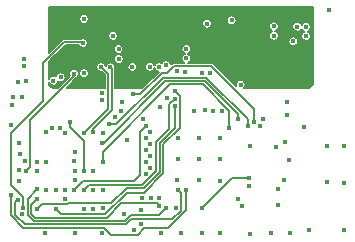
<source format=gbr>
%TF.GenerationSoftware,KiCad,Pcbnew,(5.1.6)-1*%
%TF.CreationDate,2020-08-10T23:20:37-07:00*%
%TF.ProjectId,Wire-Free-DAQ,57697265-2d46-4726-9565-2d4441512e6b,rev?*%
%TF.SameCoordinates,Original*%
%TF.FileFunction,Copper,L3,Inr*%
%TF.FilePolarity,Positive*%
%FSLAX46Y46*%
G04 Gerber Fmt 4.6, Leading zero omitted, Abs format (unit mm)*
G04 Created by KiCad (PCBNEW (5.1.6)-1) date 2020-08-10 23:20:37*
%MOMM*%
%LPD*%
G01*
G04 APERTURE LIST*
%TA.AperFunction,ViaPad*%
%ADD10C,0.450000*%
%TD*%
%TA.AperFunction,Conductor*%
%ADD11C,0.152400*%
%TD*%
%TA.AperFunction,Conductor*%
%ADD12C,0.127000*%
%TD*%
G04 APERTURE END LIST*
D10*
%TO.N,GND*%
X140066000Y-50919000D03*
X141666200Y-54398800D03*
X135468600Y-48683800D03*
X135468600Y-47896400D03*
X124394401Y-59863311D03*
X130007600Y-52417600D03*
X148829000Y-59199400D03*
X147355800Y-59174000D03*
X123560922Y-59829130D03*
X130414000Y-55592600D03*
X143250000Y-59750000D03*
X121716800Y-48768000D03*
X127584200Y-58242200D03*
X124206000Y-50571400D03*
X126796800Y-45339000D03*
X126796800Y-49936400D03*
X137210800Y-45745400D03*
X148818600Y-63246000D03*
X145872200Y-63246000D03*
X143060800Y-56151400D03*
X144170400Y-57327800D03*
X144526000Y-47244000D03*
X143205200Y-61087000D03*
X144272000Y-63500000D03*
X138277600Y-63500000D03*
X133299200Y-63500000D03*
X128375190Y-54991000D03*
X122809000Y-58242200D03*
X120650000Y-54356000D03*
X121310400Y-58140600D03*
X120726200Y-52628800D03*
X125207000Y-59834400D03*
X139304000Y-45458000D03*
X136764000Y-63492000D03*
X143985200Y-52341400D03*
X143959800Y-53509800D03*
X138303000Y-57200800D03*
X136525000Y-57200800D03*
X138303000Y-55422800D03*
X136499600Y-55448200D03*
X134747000Y-55422800D03*
X134721600Y-57226200D03*
X134696200Y-59004200D03*
X136499600Y-59004200D03*
X138303000Y-59029600D03*
X121716800Y-49352200D03*
X147559000Y-44619800D03*
X144855052Y-45997900D03*
X129271000Y-46778800D03*
%TO.N,/Deserializer/IDX*%
X140218400Y-61206000D03*
%TO.N,/Deserializer/VDD18_P0*%
X139812000Y-60596400D03*
X140828000Y-56126000D03*
%TO.N,/Deserializer/VDD18_FPD0*%
X140751800Y-58793000D03*
X136764000Y-61333000D03*
%TO.N,+3V3*%
X130896600Y-49420400D03*
X136129000Y-53128800D03*
X140802600Y-59529600D03*
X128369301Y-51652339D03*
X134706600Y-49763300D03*
X126036098Y-59021599D03*
X134579600Y-61383800D03*
X133121400Y-60477400D03*
X126009400Y-63474600D03*
X123469400Y-63474600D03*
X121332001Y-59033399D03*
X120827800Y-51943000D03*
X121386600Y-56819800D03*
X125966200Y-57416700D03*
X127594600Y-59809000D03*
X145603200Y-46016800D03*
X145603200Y-46804200D03*
X121588654Y-61904686D03*
%TO.N,/Deserializer/VDD18*%
X142595600Y-63474600D03*
X132065000Y-56456200D03*
%TO.N,/Deserializer/VDD11_D*%
X138465800Y-53103400D03*
%TO.N,/Deserializer/VDD11_DVP*%
X132369800Y-57980200D03*
%TO.N,+BATT*%
X140396200Y-50309400D03*
X124358400Y-48818800D03*
X124358400Y-49657000D03*
X145745200Y-49936400D03*
X145008600Y-49911000D03*
X143789400Y-47218600D03*
X142910804Y-44543600D03*
X144917400Y-44543600D03*
%TO.N,V_OUT*%
X148829000Y-56126000D03*
X147355800Y-56126000D03*
X143789400Y-55727600D03*
X145389600Y-54483000D03*
%TO.N,+1V8*%
X141945600Y-53840000D03*
X136814800Y-49892779D03*
X133843000Y-52062000D03*
X143750000Y-59000000D03*
X142875000Y-45974000D03*
X142875000Y-46761400D03*
X140899177Y-63521000D03*
X135051800Y-63474600D03*
%TO.N,/MCU/VDDUTMIC*%
X124089400Y-54551200D03*
%TO.N,/MCU/VDDPLL*%
X126009400Y-56616600D03*
%TO.N,+1V2*%
X128318500Y-52227100D03*
X124838700Y-50284000D03*
X121343800Y-55821200D03*
X126009400Y-58216800D03*
X125180680Y-60594641D03*
%TO.N,Net-(D1-Pad2)*%
X121513600Y-51943000D03*
%TO.N,/MCU/SWDIO*%
X127580214Y-61448078D03*
%TO.N,/MCU/SWDCLK*%
X128377769Y-59797651D03*
%TO.N,/MCU/DAT2*%
X128305800Y-63492000D03*
X133749999Y-49250000D03*
%TO.N,/MCU/DAT3*%
X133169900Y-49407700D03*
X128371600Y-61391800D03*
%TO.N,/MCU/DAT0*%
X127594600Y-54957600D03*
X129042400Y-49445800D03*
%TO.N,/MCU/CMD*%
X129918261Y-53110667D03*
X132369829Y-49395000D03*
%TO.N,/MCU/CLK*%
X129451359Y-53636718D03*
X126807200Y-61409200D03*
%TO.N,/MCU/DAT1*%
X128255000Y-49420402D03*
X126822200Y-55016400D03*
%TO.N,/Deserializer/OEN*%
X137068800Y-53078000D03*
%TO.N,/Deserializer/OSS_SEL*%
X137754600Y-53103400D03*
%TO.N,/Deserializer/I2C_SCL*%
X128382000Y-57421400D03*
X139100800Y-54602000D03*
%TO.N,/Deserializer/I2C_SDA*%
X128352689Y-55821601D03*
X139812000Y-53840000D03*
%TO.N,/Deserializer/LOCK*%
X140665200Y-54424200D03*
X128917721Y-54259100D03*
%TO.N,/Deserializer/GPIO0*%
X135443200Y-59859800D03*
X120635000Y-60215400D03*
%TO.N,/Deserializer/GPIO1*%
X134757400Y-59809000D03*
X121219200Y-60647200D03*
%TO.N,/Deserializer/GPIO2*%
X122819400Y-59783600D03*
X133730988Y-61366400D03*
%TO.N,/Deserializer/GPIO3*%
X133171237Y-61162114D03*
X122819400Y-60621800D03*
%TO.N,/Deserializer/ROUT3*%
X132496800Y-60494798D03*
X132014200Y-58462800D03*
%TO.N,/Deserializer/ROUT4*%
X131744684Y-60480990D03*
X132039600Y-57472200D03*
%TO.N,/Deserializer/ROUT5*%
X131597400Y-61493400D03*
X132369800Y-56964200D03*
%TO.N,/Deserializer/ROUT6*%
X131633212Y-62730000D03*
X132369800Y-55948200D03*
%TO.N,/Deserializer/ROUT7*%
X131074400Y-63209010D03*
X132065000Y-55440200D03*
%TO.N,/Deserializer/ROUT8*%
X130199562Y-61853674D03*
X132373115Y-54952352D03*
%TO.N,/Deserializer/ROUT9*%
X125994400Y-59834400D03*
X132065000Y-54449600D03*
%TO.N,/Deserializer/ROUT10*%
X131785600Y-53814600D03*
%TO.N,/Deserializer/ROUT11*%
X133258800Y-52773200D03*
%TO.N,/Deserializer/HSYNC*%
X134467600Y-52730400D03*
X122794000Y-61434600D03*
%TO.N,/Deserializer/VSYNC*%
X134478000Y-52087400D03*
X126781800Y-59817000D03*
%TO.N,/Deserializer/PCLK*%
X134503400Y-51452400D03*
X124394200Y-61434600D03*
%TO.N,Net-(D1-Pad4)*%
X121183400Y-50647600D03*
%TO.N,Net-(D1-Pad3)*%
X121920000Y-50622200D03*
%TO.N,/MCU/LED_B*%
X123596400Y-57429400D03*
%TO.N,/MCU/LED_G*%
X122785197Y-57453295D03*
%TO.N,/MCU/LED_R*%
X121818400Y-57404000D03*
%TO.N,Net-(C58-Pad2)*%
X123622600Y-54957600D03*
%TO.N,+5V*%
X137494800Y-49883400D03*
X129753600Y-48734600D03*
X129728200Y-47896400D03*
%TO.N,/MCU/D-*%
X124800600Y-54551198D03*
%TO.N,/MCU/D+*%
X125228810Y-55027876D03*
%TO.N,/MCU/VDDPLLUSB*%
X125600700Y-54043200D03*
X126807200Y-58234200D03*
%TO.N,Net-(R28-Pad1)*%
X135392400Y-49826800D03*
%TO.N,/MCU/CHR_STAT*%
X141183600Y-54043200D03*
X130972800Y-51731800D03*
%TO.N,/MCU/VBUS_DET*%
X121905000Y-58208800D03*
X125969000Y-49979200D03*
%TO.N,/MCU/IR_OUT*%
X121610479Y-61328087D03*
X126731000Y-47388400D03*
%TD*%
D11*
%TO.N,/Deserializer/VDD18_FPD0*%
X140751800Y-58793000D02*
X139304000Y-58793000D01*
X139304000Y-58793000D02*
X136764000Y-61333000D01*
%TO.N,/MCU/DAT0*%
X129169400Y-53064602D02*
X127594600Y-54639402D01*
X129042400Y-49445800D02*
X129169400Y-49572800D01*
X127594600Y-54639402D02*
X127594600Y-54957600D01*
X129169400Y-49572800D02*
X129169400Y-53064602D01*
%TO.N,/MCU/DAT1*%
X128839200Y-50004602D02*
X128479999Y-49645401D01*
X128479999Y-49645401D02*
X128255000Y-49420402D01*
X126822200Y-55016400D02*
X128839200Y-52999400D01*
X128839200Y-52999400D02*
X128839200Y-50004602D01*
%TO.N,/Deserializer/I2C_SCL*%
X139100800Y-53128800D02*
X136851799Y-50879799D01*
X139100800Y-54602000D02*
X139100800Y-53128800D01*
X136851799Y-50879799D02*
X134086663Y-50879799D01*
X128382000Y-56584462D02*
X128382000Y-57421400D01*
X134086663Y-50879799D02*
X128382000Y-56584462D01*
%TO.N,/Deserializer/I2C_SDA*%
X139812000Y-53382800D02*
X137029589Y-50600389D01*
X139812000Y-53840000D02*
X139812000Y-53382800D01*
X137029589Y-50600389D02*
X133679011Y-50600389D01*
X128457799Y-55821601D02*
X128352689Y-55821601D01*
X133679011Y-50600389D02*
X128457799Y-55821601D01*
%TO.N,/Deserializer/LOCK*%
X140665200Y-53816202D02*
X140665200Y-54424200D01*
X137169977Y-50320979D02*
X140665200Y-53816202D01*
X129537700Y-54259100D02*
X133475821Y-50320979D01*
X133475821Y-50320979D02*
X137169977Y-50320979D01*
X128917721Y-54259100D02*
X129537700Y-54259100D01*
%TO.N,/Deserializer/GPIO0*%
X135443200Y-61549082D02*
X133920483Y-63071799D01*
X133920483Y-63071799D02*
X131925151Y-63071799D01*
X128458211Y-63009411D02*
X121664495Y-63009411D01*
X131359739Y-63637211D02*
X129086011Y-63637211D01*
X131925151Y-63071799D02*
X131359739Y-63637211D01*
X120635000Y-61979916D02*
X120635000Y-60215400D01*
X121664495Y-63009411D02*
X120635000Y-61979916D01*
X135443200Y-59859800D02*
X135443200Y-61549082D01*
X129086011Y-63637211D02*
X128458211Y-63009411D01*
%TO.N,/Deserializer/GPIO1*%
X134295339Y-62301799D02*
X130780319Y-62301799D01*
X135007801Y-61589337D02*
X134295339Y-62301799D01*
X120994201Y-61943971D02*
X120994201Y-60872199D01*
X121780230Y-62730000D02*
X120994201Y-61943971D01*
X120994201Y-60872199D02*
X121219200Y-60647200D01*
X134757400Y-59809000D02*
X135007801Y-60059401D01*
X135007801Y-60059401D02*
X135007801Y-61589337D01*
X130780319Y-62301799D02*
X130352118Y-62730000D01*
X130352118Y-62730000D02*
X121780230Y-62730000D01*
%TO.N,/Deserializer/GPIO2*%
X133175787Y-61921601D02*
X130765373Y-61921601D01*
X122038680Y-61938025D02*
X122038680Y-60564320D01*
X130236374Y-62450600D02*
X122551255Y-62450600D01*
X122038680Y-60564320D02*
X122819400Y-59783600D01*
X130765373Y-61921601D02*
X130236374Y-62450600D01*
X122551255Y-62450600D02*
X122038680Y-61938025D01*
X133730988Y-61366400D02*
X133175787Y-61921601D01*
%TO.N,/Deserializer/GPIO3*%
X122318091Y-61123109D02*
X122318091Y-61822290D01*
X132946238Y-60937115D02*
X133171237Y-61162114D01*
X128723955Y-62171189D02*
X129958029Y-60937115D01*
X129958029Y-60937115D02*
X132946238Y-60937115D01*
X122666990Y-62171189D02*
X128723955Y-62171189D01*
X122318091Y-61822290D02*
X122666990Y-62171189D01*
X122819400Y-60621800D02*
X122318091Y-61123109D01*
%TO.N,/Deserializer/ROUT9*%
X131572000Y-54942600D02*
X131572000Y-58521600D01*
X131572000Y-58521600D02*
X131003560Y-59090040D01*
X132065000Y-54449600D02*
X131572000Y-54942600D01*
X131003560Y-59090040D02*
X126738760Y-59090040D01*
X126738760Y-59090040D02*
X125994400Y-59834400D01*
%TO.N,/Deserializer/HSYNC*%
X124599737Y-61006399D02*
X123222201Y-61006399D01*
X124616180Y-61022842D02*
X124599737Y-61006399D01*
X131857023Y-59648860D02*
X130419340Y-59648860D01*
X125386217Y-61022842D02*
X124616180Y-61022842D01*
X130419340Y-59648860D02*
X129108200Y-60960000D01*
X133197600Y-55878556D02*
X133197600Y-58308283D01*
X129108200Y-60960000D02*
X125449059Y-60960000D01*
X134467600Y-52730400D02*
X134467600Y-54608556D01*
X134467600Y-54608556D02*
X133197600Y-55878556D01*
X125449059Y-60960000D02*
X125386217Y-61022842D01*
X133197600Y-58308283D02*
X131857023Y-59648860D01*
X123222201Y-61006399D02*
X122794000Y-61434600D01*
%TO.N,/Deserializer/VSYNC*%
X133995400Y-54685611D02*
X132892800Y-55788211D01*
X132892800Y-58217938D02*
X131741288Y-59369450D01*
X132892800Y-55788211D02*
X132892800Y-58217938D01*
X134478000Y-52087400D02*
X133995400Y-52570000D01*
X133995400Y-52570000D02*
X133995400Y-54685611D01*
X131741288Y-59369450D02*
X127229350Y-59369450D01*
X127229350Y-59369450D02*
X126781800Y-59817000D01*
%TO.N,/Deserializer/PCLK*%
X133527800Y-58373227D02*
X131848238Y-60052789D01*
X131848238Y-60052789D02*
X130447211Y-60052789D01*
X134909800Y-51858800D02*
X134909800Y-54561500D01*
X124851378Y-61891778D02*
X124394200Y-61434600D01*
X130447211Y-60052789D02*
X128608220Y-61891778D01*
X128608220Y-61891778D02*
X124851378Y-61891778D01*
X134909800Y-54561500D02*
X133527800Y-55943500D01*
X134503400Y-51452400D02*
X134909800Y-51858800D01*
X133527800Y-55943500D02*
X133527800Y-58373227D01*
%TO.N,/MCU/VDDPLLUSB*%
X126807200Y-55719600D02*
X125600700Y-54513100D01*
X126807200Y-58234200D02*
X126807200Y-55719600D01*
X125600700Y-54513100D02*
X125600700Y-54043200D01*
%TO.N,/MCU/CHR_STAT*%
X131582400Y-51731800D02*
X130972800Y-51731800D01*
X133411200Y-49903000D02*
X131582400Y-51731800D01*
X141183600Y-52938462D02*
X137580237Y-49335099D01*
X137580237Y-49335099D02*
X134410901Y-49335099D01*
X134410901Y-49335099D02*
X133843000Y-49903000D01*
X141183600Y-54043200D02*
X141183600Y-52938462D01*
X133843000Y-49903000D02*
X133411200Y-49903000D01*
%TO.N,/MCU/VBUS_DET*%
X125969000Y-50182400D02*
X125969000Y-49979200D01*
X122246601Y-53904799D02*
X125969000Y-50182400D01*
X121905000Y-58208800D02*
X122246601Y-57867199D01*
X122246601Y-57867199D02*
X122246601Y-53904799D01*
%TO.N,/MCU/IR_OUT*%
X121647401Y-61291165D02*
X121610479Y-61328087D01*
X121647401Y-60441663D02*
X121647401Y-61291165D01*
X120609600Y-55030138D02*
X120609600Y-59403862D01*
X123302000Y-52337738D02*
X120609600Y-55030138D01*
X120609600Y-59403862D02*
X121647401Y-60441663D01*
X125130800Y-47286800D02*
X123302000Y-49115600D01*
X123302000Y-49115600D02*
X123302000Y-52337738D01*
X126629400Y-47286800D02*
X126731000Y-47388400D01*
X125130800Y-47286800D02*
X126629400Y-47286800D01*
%TD*%
D12*
%TO.N,+BATT*%
G36*
X146170824Y-44393094D02*
G01*
X146186500Y-44512165D01*
X146186500Y-50737835D01*
X146170824Y-50856906D01*
X146126476Y-50963973D01*
X146055921Y-51055921D01*
X145963973Y-51126476D01*
X145856906Y-51170824D01*
X145737835Y-51186500D01*
X140386106Y-51186500D01*
X140388740Y-51183866D01*
X140434211Y-51115813D01*
X140465532Y-51040197D01*
X140481500Y-50959923D01*
X140481500Y-50878077D01*
X140465532Y-50797803D01*
X140434211Y-50722187D01*
X140388740Y-50654134D01*
X140330866Y-50596260D01*
X140262813Y-50550789D01*
X140187197Y-50519468D01*
X140106923Y-50503500D01*
X140025077Y-50503500D01*
X139944803Y-50519468D01*
X139869187Y-50550789D01*
X139801134Y-50596260D01*
X139743260Y-50654134D01*
X139697789Y-50722187D01*
X139666468Y-50797803D01*
X139650500Y-50878077D01*
X139650500Y-50959923D01*
X139666468Y-51040197D01*
X139669270Y-51046961D01*
X137778091Y-49155783D01*
X137769735Y-49145601D01*
X137729124Y-49112273D01*
X137682792Y-49087509D01*
X137632519Y-49072258D01*
X137593335Y-49068399D01*
X137593333Y-49068399D01*
X137580237Y-49067109D01*
X137567141Y-49068399D01*
X135625849Y-49068399D01*
X135665413Y-49052011D01*
X135733466Y-49006540D01*
X135791340Y-48948666D01*
X135836811Y-48880613D01*
X135868132Y-48804997D01*
X135884100Y-48724723D01*
X135884100Y-48642877D01*
X135868132Y-48562603D01*
X135836811Y-48486987D01*
X135791340Y-48418934D01*
X135733466Y-48361060D01*
X135665413Y-48315589D01*
X135603877Y-48290100D01*
X135665413Y-48264611D01*
X135733466Y-48219140D01*
X135791340Y-48161266D01*
X135836811Y-48093213D01*
X135868132Y-48017597D01*
X135884100Y-47937323D01*
X135884100Y-47855477D01*
X135868132Y-47775203D01*
X135836811Y-47699587D01*
X135791340Y-47631534D01*
X135733466Y-47573660D01*
X135665413Y-47528189D01*
X135589797Y-47496868D01*
X135509523Y-47480900D01*
X135427677Y-47480900D01*
X135347403Y-47496868D01*
X135271787Y-47528189D01*
X135203734Y-47573660D01*
X135145860Y-47631534D01*
X135100389Y-47699587D01*
X135069068Y-47775203D01*
X135053100Y-47855477D01*
X135053100Y-47937323D01*
X135069068Y-48017597D01*
X135100389Y-48093213D01*
X135145860Y-48161266D01*
X135203734Y-48219140D01*
X135271787Y-48264611D01*
X135333323Y-48290100D01*
X135271787Y-48315589D01*
X135203734Y-48361060D01*
X135145860Y-48418934D01*
X135100389Y-48486987D01*
X135069068Y-48562603D01*
X135053100Y-48642877D01*
X135053100Y-48724723D01*
X135069068Y-48804997D01*
X135100389Y-48880613D01*
X135145860Y-48948666D01*
X135203734Y-49006540D01*
X135271787Y-49052011D01*
X135311351Y-49068399D01*
X134423996Y-49068399D01*
X134410900Y-49067109D01*
X134397804Y-49068399D01*
X134397803Y-49068399D01*
X134358619Y-49072258D01*
X134308346Y-49087509D01*
X134262014Y-49112273D01*
X134221403Y-49145601D01*
X134213047Y-49155783D01*
X134164546Y-49204284D01*
X134149531Y-49128803D01*
X134118210Y-49053187D01*
X134072739Y-48985134D01*
X134014865Y-48927260D01*
X133946812Y-48881789D01*
X133871196Y-48850468D01*
X133790922Y-48834500D01*
X133709076Y-48834500D01*
X133628802Y-48850468D01*
X133553186Y-48881789D01*
X133485133Y-48927260D01*
X133427259Y-48985134D01*
X133383463Y-49050681D01*
X133366713Y-49039489D01*
X133291097Y-49008168D01*
X133210823Y-48992200D01*
X133128977Y-48992200D01*
X133048703Y-49008168D01*
X132973087Y-49039489D01*
X132905034Y-49084960D01*
X132847160Y-49142834D01*
X132801689Y-49210887D01*
X132771394Y-49284025D01*
X132769361Y-49273803D01*
X132738040Y-49198187D01*
X132692569Y-49130134D01*
X132634695Y-49072260D01*
X132566642Y-49026789D01*
X132491026Y-48995468D01*
X132410752Y-48979500D01*
X132328906Y-48979500D01*
X132248632Y-48995468D01*
X132173016Y-49026789D01*
X132104963Y-49072260D01*
X132047089Y-49130134D01*
X132001618Y-49198187D01*
X131970297Y-49273803D01*
X131954329Y-49354077D01*
X131954329Y-49435923D01*
X131970297Y-49516197D01*
X132001618Y-49591813D01*
X132047089Y-49659866D01*
X132104963Y-49717740D01*
X132173016Y-49763211D01*
X132248632Y-49794532D01*
X132328906Y-49810500D01*
X132410752Y-49810500D01*
X132491026Y-49794532D01*
X132566642Y-49763211D01*
X132634695Y-49717740D01*
X132692569Y-49659866D01*
X132738040Y-49591813D01*
X132768335Y-49518675D01*
X132770368Y-49528897D01*
X132801689Y-49604513D01*
X132847160Y-49672566D01*
X132905034Y-49730440D01*
X132973087Y-49775911D01*
X133048703Y-49807232D01*
X133116342Y-49820687D01*
X131750530Y-51186500D01*
X129436100Y-51186500D01*
X129436100Y-49585895D01*
X129436723Y-49579573D01*
X129441932Y-49566997D01*
X129457900Y-49486723D01*
X129457900Y-49404877D01*
X129452848Y-49379477D01*
X130481100Y-49379477D01*
X130481100Y-49461323D01*
X130497068Y-49541597D01*
X130528389Y-49617213D01*
X130573860Y-49685266D01*
X130631734Y-49743140D01*
X130699787Y-49788611D01*
X130775403Y-49819932D01*
X130855677Y-49835900D01*
X130937523Y-49835900D01*
X131017797Y-49819932D01*
X131093413Y-49788611D01*
X131161466Y-49743140D01*
X131219340Y-49685266D01*
X131264811Y-49617213D01*
X131296132Y-49541597D01*
X131312100Y-49461323D01*
X131312100Y-49379477D01*
X131296132Y-49299203D01*
X131264811Y-49223587D01*
X131219340Y-49155534D01*
X131161466Y-49097660D01*
X131093413Y-49052189D01*
X131017797Y-49020868D01*
X130937523Y-49004900D01*
X130855677Y-49004900D01*
X130775403Y-49020868D01*
X130699787Y-49052189D01*
X130631734Y-49097660D01*
X130573860Y-49155534D01*
X130528389Y-49223587D01*
X130497068Y-49299203D01*
X130481100Y-49379477D01*
X129452848Y-49379477D01*
X129441932Y-49324603D01*
X129410611Y-49248987D01*
X129365140Y-49180934D01*
X129307266Y-49123060D01*
X129239213Y-49077589D01*
X129163597Y-49046268D01*
X129083323Y-49030300D01*
X129001477Y-49030300D01*
X128921203Y-49046268D01*
X128845587Y-49077589D01*
X128777534Y-49123060D01*
X128719660Y-49180934D01*
X128674189Y-49248987D01*
X128653960Y-49297824D01*
X128623211Y-49223589D01*
X128577740Y-49155536D01*
X128519866Y-49097662D01*
X128451813Y-49052191D01*
X128376197Y-49020870D01*
X128295923Y-49004902D01*
X128214077Y-49004902D01*
X128133803Y-49020870D01*
X128058187Y-49052191D01*
X127990134Y-49097662D01*
X127932260Y-49155536D01*
X127886789Y-49223589D01*
X127855468Y-49299205D01*
X127839500Y-49379479D01*
X127839500Y-49461325D01*
X127855468Y-49541599D01*
X127886789Y-49617215D01*
X127932260Y-49685268D01*
X127990134Y-49743142D01*
X128058187Y-49788613D01*
X128133803Y-49819934D01*
X128214077Y-49835902D01*
X128293329Y-49835902D01*
X128300675Y-49843248D01*
X128300680Y-49843252D01*
X128572501Y-50115074D01*
X128572501Y-51186500D01*
X125342070Y-51186500D01*
X126148316Y-50380254D01*
X126158498Y-50371898D01*
X126191826Y-50331287D01*
X126192871Y-50329332D01*
X126233866Y-50301940D01*
X126291740Y-50244066D01*
X126337211Y-50176013D01*
X126368532Y-50100397D01*
X126384500Y-50020123D01*
X126384500Y-49993410D01*
X126397268Y-50057597D01*
X126428589Y-50133213D01*
X126474060Y-50201266D01*
X126531934Y-50259140D01*
X126599987Y-50304611D01*
X126675603Y-50335932D01*
X126755877Y-50351900D01*
X126837723Y-50351900D01*
X126917997Y-50335932D01*
X126993613Y-50304611D01*
X127061666Y-50259140D01*
X127119540Y-50201266D01*
X127165011Y-50133213D01*
X127196332Y-50057597D01*
X127212300Y-49977323D01*
X127212300Y-49895477D01*
X127196332Y-49815203D01*
X127165011Y-49739587D01*
X127119540Y-49671534D01*
X127061666Y-49613660D01*
X126993613Y-49568189D01*
X126917997Y-49536868D01*
X126837723Y-49520900D01*
X126755877Y-49520900D01*
X126675603Y-49536868D01*
X126599987Y-49568189D01*
X126531934Y-49613660D01*
X126474060Y-49671534D01*
X126428589Y-49739587D01*
X126397268Y-49815203D01*
X126381300Y-49895477D01*
X126381300Y-49922190D01*
X126368532Y-49858003D01*
X126337211Y-49782387D01*
X126291740Y-49714334D01*
X126233866Y-49656460D01*
X126165813Y-49610989D01*
X126090197Y-49579668D01*
X126009923Y-49563700D01*
X125928077Y-49563700D01*
X125847803Y-49579668D01*
X125772187Y-49610989D01*
X125704134Y-49656460D01*
X125646260Y-49714334D01*
X125600789Y-49782387D01*
X125569468Y-49858003D01*
X125553500Y-49938277D01*
X125553500Y-50020123D01*
X125569468Y-50100397D01*
X125600036Y-50174194D01*
X124587730Y-51186500D01*
X124262165Y-51186500D01*
X124143094Y-51170824D01*
X124036027Y-51126476D01*
X123944079Y-51055921D01*
X123873524Y-50963973D01*
X123829176Y-50856906D01*
X123813500Y-50737835D01*
X123813500Y-50709574D01*
X123837789Y-50768213D01*
X123883260Y-50836266D01*
X123941134Y-50894140D01*
X124009187Y-50939611D01*
X124084803Y-50970932D01*
X124165077Y-50986900D01*
X124246923Y-50986900D01*
X124327197Y-50970932D01*
X124402813Y-50939611D01*
X124470866Y-50894140D01*
X124528740Y-50836266D01*
X124574211Y-50768213D01*
X124605532Y-50692597D01*
X124616888Y-50635508D01*
X124641887Y-50652211D01*
X124717503Y-50683532D01*
X124797777Y-50699500D01*
X124879623Y-50699500D01*
X124959897Y-50683532D01*
X125035513Y-50652211D01*
X125103566Y-50606740D01*
X125161440Y-50548866D01*
X125206911Y-50480813D01*
X125238232Y-50405197D01*
X125254200Y-50324923D01*
X125254200Y-50243077D01*
X125238232Y-50162803D01*
X125206911Y-50087187D01*
X125161440Y-50019134D01*
X125103566Y-49961260D01*
X125035513Y-49915789D01*
X124959897Y-49884468D01*
X124879623Y-49868500D01*
X124797777Y-49868500D01*
X124717503Y-49884468D01*
X124641887Y-49915789D01*
X124573834Y-49961260D01*
X124515960Y-50019134D01*
X124470489Y-50087187D01*
X124439168Y-50162803D01*
X124427812Y-50219892D01*
X124402813Y-50203189D01*
X124327197Y-50171868D01*
X124246923Y-50155900D01*
X124165077Y-50155900D01*
X124084803Y-50171868D01*
X124009187Y-50203189D01*
X123941134Y-50248660D01*
X123883260Y-50306534D01*
X123837789Y-50374587D01*
X123813500Y-50433226D01*
X123813500Y-48981270D01*
X124101093Y-48693677D01*
X129338100Y-48693677D01*
X129338100Y-48775523D01*
X129354068Y-48855797D01*
X129385389Y-48931413D01*
X129430860Y-48999466D01*
X129488734Y-49057340D01*
X129556787Y-49102811D01*
X129632403Y-49134132D01*
X129712677Y-49150100D01*
X129794523Y-49150100D01*
X129874797Y-49134132D01*
X129950413Y-49102811D01*
X130018466Y-49057340D01*
X130076340Y-48999466D01*
X130121811Y-48931413D01*
X130153132Y-48855797D01*
X130169100Y-48775523D01*
X130169100Y-48693677D01*
X130153132Y-48613403D01*
X130121811Y-48537787D01*
X130076340Y-48469734D01*
X130018466Y-48411860D01*
X129950413Y-48366389D01*
X129874797Y-48335068D01*
X129794523Y-48319100D01*
X129712677Y-48319100D01*
X129632403Y-48335068D01*
X129556787Y-48366389D01*
X129488734Y-48411860D01*
X129430860Y-48469734D01*
X129385389Y-48537787D01*
X129354068Y-48613403D01*
X129338100Y-48693677D01*
X124101093Y-48693677D01*
X124939293Y-47855477D01*
X129312700Y-47855477D01*
X129312700Y-47937323D01*
X129328668Y-48017597D01*
X129359989Y-48093213D01*
X129405460Y-48161266D01*
X129463334Y-48219140D01*
X129531387Y-48264611D01*
X129607003Y-48295932D01*
X129687277Y-48311900D01*
X129769123Y-48311900D01*
X129849397Y-48295932D01*
X129925013Y-48264611D01*
X129993066Y-48219140D01*
X130050940Y-48161266D01*
X130096411Y-48093213D01*
X130127732Y-48017597D01*
X130143700Y-47937323D01*
X130143700Y-47855477D01*
X130127732Y-47775203D01*
X130096411Y-47699587D01*
X130050940Y-47631534D01*
X129993066Y-47573660D01*
X129925013Y-47528189D01*
X129849397Y-47496868D01*
X129769123Y-47480900D01*
X129687277Y-47480900D01*
X129607003Y-47496868D01*
X129531387Y-47528189D01*
X129463334Y-47573660D01*
X129405460Y-47631534D01*
X129359989Y-47699587D01*
X129328668Y-47775203D01*
X129312700Y-47855477D01*
X124939293Y-47855477D01*
X125241271Y-47553500D01*
X126349653Y-47553500D01*
X126362789Y-47585213D01*
X126408260Y-47653266D01*
X126466134Y-47711140D01*
X126534187Y-47756611D01*
X126609803Y-47787932D01*
X126690077Y-47803900D01*
X126771923Y-47803900D01*
X126852197Y-47787932D01*
X126927813Y-47756611D01*
X126995866Y-47711140D01*
X127053740Y-47653266D01*
X127099211Y-47585213D01*
X127130532Y-47509597D01*
X127146500Y-47429323D01*
X127146500Y-47347477D01*
X127130532Y-47267203D01*
X127103971Y-47203077D01*
X144110500Y-47203077D01*
X144110500Y-47284923D01*
X144126468Y-47365197D01*
X144157789Y-47440813D01*
X144203260Y-47508866D01*
X144261134Y-47566740D01*
X144329187Y-47612211D01*
X144404803Y-47643532D01*
X144485077Y-47659500D01*
X144566923Y-47659500D01*
X144647197Y-47643532D01*
X144722813Y-47612211D01*
X144790866Y-47566740D01*
X144848740Y-47508866D01*
X144894211Y-47440813D01*
X144925532Y-47365197D01*
X144941500Y-47284923D01*
X144941500Y-47203077D01*
X144925532Y-47122803D01*
X144894211Y-47047187D01*
X144848740Y-46979134D01*
X144790866Y-46921260D01*
X144722813Y-46875789D01*
X144647197Y-46844468D01*
X144566923Y-46828500D01*
X144485077Y-46828500D01*
X144404803Y-46844468D01*
X144329187Y-46875789D01*
X144261134Y-46921260D01*
X144203260Y-46979134D01*
X144157789Y-47047187D01*
X144126468Y-47122803D01*
X144110500Y-47203077D01*
X127103971Y-47203077D01*
X127099211Y-47191587D01*
X127053740Y-47123534D01*
X126995866Y-47065660D01*
X126927813Y-47020189D01*
X126852197Y-46988868D01*
X126771923Y-46972900D01*
X126690077Y-46972900D01*
X126609803Y-46988868D01*
X126534402Y-47020100D01*
X125143896Y-47020100D01*
X125130800Y-47018810D01*
X125117704Y-47020100D01*
X125117702Y-47020100D01*
X125078518Y-47023959D01*
X125043495Y-47034584D01*
X125028244Y-47039210D01*
X125013320Y-47047187D01*
X124981913Y-47063974D01*
X124941302Y-47097302D01*
X124932951Y-47107479D01*
X123813500Y-48226930D01*
X123813500Y-46737877D01*
X128855500Y-46737877D01*
X128855500Y-46819723D01*
X128871468Y-46899997D01*
X128902789Y-46975613D01*
X128948260Y-47043666D01*
X129006134Y-47101540D01*
X129074187Y-47147011D01*
X129149803Y-47178332D01*
X129230077Y-47194300D01*
X129311923Y-47194300D01*
X129392197Y-47178332D01*
X129467813Y-47147011D01*
X129535866Y-47101540D01*
X129593740Y-47043666D01*
X129639211Y-46975613D01*
X129670532Y-46899997D01*
X129686500Y-46819723D01*
X129686500Y-46737877D01*
X129670532Y-46657603D01*
X129639211Y-46581987D01*
X129593740Y-46513934D01*
X129535866Y-46456060D01*
X129467813Y-46410589D01*
X129392197Y-46379268D01*
X129311923Y-46363300D01*
X129230077Y-46363300D01*
X129149803Y-46379268D01*
X129074187Y-46410589D01*
X129006134Y-46456060D01*
X128948260Y-46513934D01*
X128902789Y-46581987D01*
X128871468Y-46657603D01*
X128855500Y-46737877D01*
X123813500Y-46737877D01*
X123813500Y-45298077D01*
X126381300Y-45298077D01*
X126381300Y-45379923D01*
X126397268Y-45460197D01*
X126428589Y-45535813D01*
X126474060Y-45603866D01*
X126531934Y-45661740D01*
X126599987Y-45707211D01*
X126675603Y-45738532D01*
X126755877Y-45754500D01*
X126837723Y-45754500D01*
X126917997Y-45738532D01*
X126993613Y-45707211D01*
X126997704Y-45704477D01*
X136795300Y-45704477D01*
X136795300Y-45786323D01*
X136811268Y-45866597D01*
X136842589Y-45942213D01*
X136888060Y-46010266D01*
X136945934Y-46068140D01*
X137013987Y-46113611D01*
X137089603Y-46144932D01*
X137169877Y-46160900D01*
X137251723Y-46160900D01*
X137331997Y-46144932D01*
X137407613Y-46113611D01*
X137475666Y-46068140D01*
X137533540Y-46010266D01*
X137579011Y-45942213D01*
X137582795Y-45933077D01*
X142459500Y-45933077D01*
X142459500Y-46014923D01*
X142475468Y-46095197D01*
X142506789Y-46170813D01*
X142552260Y-46238866D01*
X142610134Y-46296740D01*
X142678187Y-46342211D01*
X142739723Y-46367700D01*
X142678187Y-46393189D01*
X142610134Y-46438660D01*
X142552260Y-46496534D01*
X142506789Y-46564587D01*
X142475468Y-46640203D01*
X142459500Y-46720477D01*
X142459500Y-46802323D01*
X142475468Y-46882597D01*
X142506789Y-46958213D01*
X142552260Y-47026266D01*
X142610134Y-47084140D01*
X142678187Y-47129611D01*
X142753803Y-47160932D01*
X142834077Y-47176900D01*
X142915923Y-47176900D01*
X142996197Y-47160932D01*
X143071813Y-47129611D01*
X143139866Y-47084140D01*
X143197740Y-47026266D01*
X143243211Y-46958213D01*
X143274532Y-46882597D01*
X143290500Y-46802323D01*
X143290500Y-46720477D01*
X143274532Y-46640203D01*
X143243211Y-46564587D01*
X143197740Y-46496534D01*
X143139866Y-46438660D01*
X143071813Y-46393189D01*
X143010277Y-46367700D01*
X143071813Y-46342211D01*
X143139866Y-46296740D01*
X143197740Y-46238866D01*
X143243211Y-46170813D01*
X143274532Y-46095197D01*
X143290500Y-46014923D01*
X143290500Y-45956977D01*
X144439552Y-45956977D01*
X144439552Y-46038823D01*
X144455520Y-46119097D01*
X144486841Y-46194713D01*
X144532312Y-46262766D01*
X144590186Y-46320640D01*
X144658239Y-46366111D01*
X144733855Y-46397432D01*
X144814129Y-46413400D01*
X144895975Y-46413400D01*
X144976249Y-46397432D01*
X145051865Y-46366111D01*
X145119918Y-46320640D01*
X145177792Y-46262766D01*
X145223263Y-46194713D01*
X145225212Y-46190008D01*
X145234989Y-46213613D01*
X145280460Y-46281666D01*
X145338334Y-46339540D01*
X145406387Y-46385011D01*
X145467923Y-46410500D01*
X145406387Y-46435989D01*
X145338334Y-46481460D01*
X145280460Y-46539334D01*
X145234989Y-46607387D01*
X145203668Y-46683003D01*
X145187700Y-46763277D01*
X145187700Y-46845123D01*
X145203668Y-46925397D01*
X145234989Y-47001013D01*
X145280460Y-47069066D01*
X145338334Y-47126940D01*
X145406387Y-47172411D01*
X145482003Y-47203732D01*
X145562277Y-47219700D01*
X145644123Y-47219700D01*
X145724397Y-47203732D01*
X145800013Y-47172411D01*
X145868066Y-47126940D01*
X145925940Y-47069066D01*
X145971411Y-47001013D01*
X146002732Y-46925397D01*
X146018700Y-46845123D01*
X146018700Y-46763277D01*
X146002732Y-46683003D01*
X145971411Y-46607387D01*
X145925940Y-46539334D01*
X145868066Y-46481460D01*
X145800013Y-46435989D01*
X145738477Y-46410500D01*
X145800013Y-46385011D01*
X145868066Y-46339540D01*
X145925940Y-46281666D01*
X145971411Y-46213613D01*
X146002732Y-46137997D01*
X146018700Y-46057723D01*
X146018700Y-45975877D01*
X146002732Y-45895603D01*
X145971411Y-45819987D01*
X145925940Y-45751934D01*
X145868066Y-45694060D01*
X145800013Y-45648589D01*
X145724397Y-45617268D01*
X145644123Y-45601300D01*
X145562277Y-45601300D01*
X145482003Y-45617268D01*
X145406387Y-45648589D01*
X145338334Y-45694060D01*
X145280460Y-45751934D01*
X145234989Y-45819987D01*
X145233040Y-45824692D01*
X145223263Y-45801087D01*
X145177792Y-45733034D01*
X145119918Y-45675160D01*
X145051865Y-45629689D01*
X144976249Y-45598368D01*
X144895975Y-45582400D01*
X144814129Y-45582400D01*
X144733855Y-45598368D01*
X144658239Y-45629689D01*
X144590186Y-45675160D01*
X144532312Y-45733034D01*
X144486841Y-45801087D01*
X144455520Y-45876703D01*
X144439552Y-45956977D01*
X143290500Y-45956977D01*
X143290500Y-45933077D01*
X143274532Y-45852803D01*
X143243211Y-45777187D01*
X143197740Y-45709134D01*
X143139866Y-45651260D01*
X143071813Y-45605789D01*
X142996197Y-45574468D01*
X142915923Y-45558500D01*
X142834077Y-45558500D01*
X142753803Y-45574468D01*
X142678187Y-45605789D01*
X142610134Y-45651260D01*
X142552260Y-45709134D01*
X142506789Y-45777187D01*
X142475468Y-45852803D01*
X142459500Y-45933077D01*
X137582795Y-45933077D01*
X137610332Y-45866597D01*
X137626300Y-45786323D01*
X137626300Y-45704477D01*
X137610332Y-45624203D01*
X137579011Y-45548587D01*
X137533540Y-45480534D01*
X137475666Y-45422660D01*
X137467311Y-45417077D01*
X138888500Y-45417077D01*
X138888500Y-45498923D01*
X138904468Y-45579197D01*
X138935789Y-45654813D01*
X138981260Y-45722866D01*
X139039134Y-45780740D01*
X139107187Y-45826211D01*
X139182803Y-45857532D01*
X139263077Y-45873500D01*
X139344923Y-45873500D01*
X139425197Y-45857532D01*
X139500813Y-45826211D01*
X139568866Y-45780740D01*
X139626740Y-45722866D01*
X139672211Y-45654813D01*
X139703532Y-45579197D01*
X139719500Y-45498923D01*
X139719500Y-45417077D01*
X139703532Y-45336803D01*
X139672211Y-45261187D01*
X139626740Y-45193134D01*
X139568866Y-45135260D01*
X139500813Y-45089789D01*
X139425197Y-45058468D01*
X139344923Y-45042500D01*
X139263077Y-45042500D01*
X139182803Y-45058468D01*
X139107187Y-45089789D01*
X139039134Y-45135260D01*
X138981260Y-45193134D01*
X138935789Y-45261187D01*
X138904468Y-45336803D01*
X138888500Y-45417077D01*
X137467311Y-45417077D01*
X137407613Y-45377189D01*
X137331997Y-45345868D01*
X137251723Y-45329900D01*
X137169877Y-45329900D01*
X137089603Y-45345868D01*
X137013987Y-45377189D01*
X136945934Y-45422660D01*
X136888060Y-45480534D01*
X136842589Y-45548587D01*
X136811268Y-45624203D01*
X136795300Y-45704477D01*
X126997704Y-45704477D01*
X127061666Y-45661740D01*
X127119540Y-45603866D01*
X127165011Y-45535813D01*
X127196332Y-45460197D01*
X127212300Y-45379923D01*
X127212300Y-45298077D01*
X127196332Y-45217803D01*
X127165011Y-45142187D01*
X127119540Y-45074134D01*
X127061666Y-45016260D01*
X126993613Y-44970789D01*
X126917997Y-44939468D01*
X126837723Y-44923500D01*
X126755877Y-44923500D01*
X126675603Y-44939468D01*
X126599987Y-44970789D01*
X126531934Y-45016260D01*
X126474060Y-45074134D01*
X126428589Y-45142187D01*
X126397268Y-45217803D01*
X126381300Y-45298077D01*
X123813500Y-45298077D01*
X123813500Y-44512165D01*
X123829176Y-44393094D01*
X123860488Y-44317500D01*
X146139512Y-44317500D01*
X146170824Y-44393094D01*
G37*
X146170824Y-44393094D02*
X146186500Y-44512165D01*
X146186500Y-50737835D01*
X146170824Y-50856906D01*
X146126476Y-50963973D01*
X146055921Y-51055921D01*
X145963973Y-51126476D01*
X145856906Y-51170824D01*
X145737835Y-51186500D01*
X140386106Y-51186500D01*
X140388740Y-51183866D01*
X140434211Y-51115813D01*
X140465532Y-51040197D01*
X140481500Y-50959923D01*
X140481500Y-50878077D01*
X140465532Y-50797803D01*
X140434211Y-50722187D01*
X140388740Y-50654134D01*
X140330866Y-50596260D01*
X140262813Y-50550789D01*
X140187197Y-50519468D01*
X140106923Y-50503500D01*
X140025077Y-50503500D01*
X139944803Y-50519468D01*
X139869187Y-50550789D01*
X139801134Y-50596260D01*
X139743260Y-50654134D01*
X139697789Y-50722187D01*
X139666468Y-50797803D01*
X139650500Y-50878077D01*
X139650500Y-50959923D01*
X139666468Y-51040197D01*
X139669270Y-51046961D01*
X137778091Y-49155783D01*
X137769735Y-49145601D01*
X137729124Y-49112273D01*
X137682792Y-49087509D01*
X137632519Y-49072258D01*
X137593335Y-49068399D01*
X137593333Y-49068399D01*
X137580237Y-49067109D01*
X137567141Y-49068399D01*
X135625849Y-49068399D01*
X135665413Y-49052011D01*
X135733466Y-49006540D01*
X135791340Y-48948666D01*
X135836811Y-48880613D01*
X135868132Y-48804997D01*
X135884100Y-48724723D01*
X135884100Y-48642877D01*
X135868132Y-48562603D01*
X135836811Y-48486987D01*
X135791340Y-48418934D01*
X135733466Y-48361060D01*
X135665413Y-48315589D01*
X135603877Y-48290100D01*
X135665413Y-48264611D01*
X135733466Y-48219140D01*
X135791340Y-48161266D01*
X135836811Y-48093213D01*
X135868132Y-48017597D01*
X135884100Y-47937323D01*
X135884100Y-47855477D01*
X135868132Y-47775203D01*
X135836811Y-47699587D01*
X135791340Y-47631534D01*
X135733466Y-47573660D01*
X135665413Y-47528189D01*
X135589797Y-47496868D01*
X135509523Y-47480900D01*
X135427677Y-47480900D01*
X135347403Y-47496868D01*
X135271787Y-47528189D01*
X135203734Y-47573660D01*
X135145860Y-47631534D01*
X135100389Y-47699587D01*
X135069068Y-47775203D01*
X135053100Y-47855477D01*
X135053100Y-47937323D01*
X135069068Y-48017597D01*
X135100389Y-48093213D01*
X135145860Y-48161266D01*
X135203734Y-48219140D01*
X135271787Y-48264611D01*
X135333323Y-48290100D01*
X135271787Y-48315589D01*
X135203734Y-48361060D01*
X135145860Y-48418934D01*
X135100389Y-48486987D01*
X135069068Y-48562603D01*
X135053100Y-48642877D01*
X135053100Y-48724723D01*
X135069068Y-48804997D01*
X135100389Y-48880613D01*
X135145860Y-48948666D01*
X135203734Y-49006540D01*
X135271787Y-49052011D01*
X135311351Y-49068399D01*
X134423996Y-49068399D01*
X134410900Y-49067109D01*
X134397804Y-49068399D01*
X134397803Y-49068399D01*
X134358619Y-49072258D01*
X134308346Y-49087509D01*
X134262014Y-49112273D01*
X134221403Y-49145601D01*
X134213047Y-49155783D01*
X134164546Y-49204284D01*
X134149531Y-49128803D01*
X134118210Y-49053187D01*
X134072739Y-48985134D01*
X134014865Y-48927260D01*
X133946812Y-48881789D01*
X133871196Y-48850468D01*
X133790922Y-48834500D01*
X133709076Y-48834500D01*
X133628802Y-48850468D01*
X133553186Y-48881789D01*
X133485133Y-48927260D01*
X133427259Y-48985134D01*
X133383463Y-49050681D01*
X133366713Y-49039489D01*
X133291097Y-49008168D01*
X133210823Y-48992200D01*
X133128977Y-48992200D01*
X133048703Y-49008168D01*
X132973087Y-49039489D01*
X132905034Y-49084960D01*
X132847160Y-49142834D01*
X132801689Y-49210887D01*
X132771394Y-49284025D01*
X132769361Y-49273803D01*
X132738040Y-49198187D01*
X132692569Y-49130134D01*
X132634695Y-49072260D01*
X132566642Y-49026789D01*
X132491026Y-48995468D01*
X132410752Y-48979500D01*
X132328906Y-48979500D01*
X132248632Y-48995468D01*
X132173016Y-49026789D01*
X132104963Y-49072260D01*
X132047089Y-49130134D01*
X132001618Y-49198187D01*
X131970297Y-49273803D01*
X131954329Y-49354077D01*
X131954329Y-49435923D01*
X131970297Y-49516197D01*
X132001618Y-49591813D01*
X132047089Y-49659866D01*
X132104963Y-49717740D01*
X132173016Y-49763211D01*
X132248632Y-49794532D01*
X132328906Y-49810500D01*
X132410752Y-49810500D01*
X132491026Y-49794532D01*
X132566642Y-49763211D01*
X132634695Y-49717740D01*
X132692569Y-49659866D01*
X132738040Y-49591813D01*
X132768335Y-49518675D01*
X132770368Y-49528897D01*
X132801689Y-49604513D01*
X132847160Y-49672566D01*
X132905034Y-49730440D01*
X132973087Y-49775911D01*
X133048703Y-49807232D01*
X133116342Y-49820687D01*
X131750530Y-51186500D01*
X129436100Y-51186500D01*
X129436100Y-49585895D01*
X129436723Y-49579573D01*
X129441932Y-49566997D01*
X129457900Y-49486723D01*
X129457900Y-49404877D01*
X129452848Y-49379477D01*
X130481100Y-49379477D01*
X130481100Y-49461323D01*
X130497068Y-49541597D01*
X130528389Y-49617213D01*
X130573860Y-49685266D01*
X130631734Y-49743140D01*
X130699787Y-49788611D01*
X130775403Y-49819932D01*
X130855677Y-49835900D01*
X130937523Y-49835900D01*
X131017797Y-49819932D01*
X131093413Y-49788611D01*
X131161466Y-49743140D01*
X131219340Y-49685266D01*
X131264811Y-49617213D01*
X131296132Y-49541597D01*
X131312100Y-49461323D01*
X131312100Y-49379477D01*
X131296132Y-49299203D01*
X131264811Y-49223587D01*
X131219340Y-49155534D01*
X131161466Y-49097660D01*
X131093413Y-49052189D01*
X131017797Y-49020868D01*
X130937523Y-49004900D01*
X130855677Y-49004900D01*
X130775403Y-49020868D01*
X130699787Y-49052189D01*
X130631734Y-49097660D01*
X130573860Y-49155534D01*
X130528389Y-49223587D01*
X130497068Y-49299203D01*
X130481100Y-49379477D01*
X129452848Y-49379477D01*
X129441932Y-49324603D01*
X129410611Y-49248987D01*
X129365140Y-49180934D01*
X129307266Y-49123060D01*
X129239213Y-49077589D01*
X129163597Y-49046268D01*
X129083323Y-49030300D01*
X129001477Y-49030300D01*
X128921203Y-49046268D01*
X128845587Y-49077589D01*
X128777534Y-49123060D01*
X128719660Y-49180934D01*
X128674189Y-49248987D01*
X128653960Y-49297824D01*
X128623211Y-49223589D01*
X128577740Y-49155536D01*
X128519866Y-49097662D01*
X128451813Y-49052191D01*
X128376197Y-49020870D01*
X128295923Y-49004902D01*
X128214077Y-49004902D01*
X128133803Y-49020870D01*
X128058187Y-49052191D01*
X127990134Y-49097662D01*
X127932260Y-49155536D01*
X127886789Y-49223589D01*
X127855468Y-49299205D01*
X127839500Y-49379479D01*
X127839500Y-49461325D01*
X127855468Y-49541599D01*
X127886789Y-49617215D01*
X127932260Y-49685268D01*
X127990134Y-49743142D01*
X128058187Y-49788613D01*
X128133803Y-49819934D01*
X128214077Y-49835902D01*
X128293329Y-49835902D01*
X128300675Y-49843248D01*
X128300680Y-49843252D01*
X128572501Y-50115074D01*
X128572501Y-51186500D01*
X125342070Y-51186500D01*
X126148316Y-50380254D01*
X126158498Y-50371898D01*
X126191826Y-50331287D01*
X126192871Y-50329332D01*
X126233866Y-50301940D01*
X126291740Y-50244066D01*
X126337211Y-50176013D01*
X126368532Y-50100397D01*
X126384500Y-50020123D01*
X126384500Y-49993410D01*
X126397268Y-50057597D01*
X126428589Y-50133213D01*
X126474060Y-50201266D01*
X126531934Y-50259140D01*
X126599987Y-50304611D01*
X126675603Y-50335932D01*
X126755877Y-50351900D01*
X126837723Y-50351900D01*
X126917997Y-50335932D01*
X126993613Y-50304611D01*
X127061666Y-50259140D01*
X127119540Y-50201266D01*
X127165011Y-50133213D01*
X127196332Y-50057597D01*
X127212300Y-49977323D01*
X127212300Y-49895477D01*
X127196332Y-49815203D01*
X127165011Y-49739587D01*
X127119540Y-49671534D01*
X127061666Y-49613660D01*
X126993613Y-49568189D01*
X126917997Y-49536868D01*
X126837723Y-49520900D01*
X126755877Y-49520900D01*
X126675603Y-49536868D01*
X126599987Y-49568189D01*
X126531934Y-49613660D01*
X126474060Y-49671534D01*
X126428589Y-49739587D01*
X126397268Y-49815203D01*
X126381300Y-49895477D01*
X126381300Y-49922190D01*
X126368532Y-49858003D01*
X126337211Y-49782387D01*
X126291740Y-49714334D01*
X126233866Y-49656460D01*
X126165813Y-49610989D01*
X126090197Y-49579668D01*
X126009923Y-49563700D01*
X125928077Y-49563700D01*
X125847803Y-49579668D01*
X125772187Y-49610989D01*
X125704134Y-49656460D01*
X125646260Y-49714334D01*
X125600789Y-49782387D01*
X125569468Y-49858003D01*
X125553500Y-49938277D01*
X125553500Y-50020123D01*
X125569468Y-50100397D01*
X125600036Y-50174194D01*
X124587730Y-51186500D01*
X124262165Y-51186500D01*
X124143094Y-51170824D01*
X124036027Y-51126476D01*
X123944079Y-51055921D01*
X123873524Y-50963973D01*
X123829176Y-50856906D01*
X123813500Y-50737835D01*
X123813500Y-50709574D01*
X123837789Y-50768213D01*
X123883260Y-50836266D01*
X123941134Y-50894140D01*
X124009187Y-50939611D01*
X124084803Y-50970932D01*
X124165077Y-50986900D01*
X124246923Y-50986900D01*
X124327197Y-50970932D01*
X124402813Y-50939611D01*
X124470866Y-50894140D01*
X124528740Y-50836266D01*
X124574211Y-50768213D01*
X124605532Y-50692597D01*
X124616888Y-50635508D01*
X124641887Y-50652211D01*
X124717503Y-50683532D01*
X124797777Y-50699500D01*
X124879623Y-50699500D01*
X124959897Y-50683532D01*
X125035513Y-50652211D01*
X125103566Y-50606740D01*
X125161440Y-50548866D01*
X125206911Y-50480813D01*
X125238232Y-50405197D01*
X125254200Y-50324923D01*
X125254200Y-50243077D01*
X125238232Y-50162803D01*
X125206911Y-50087187D01*
X125161440Y-50019134D01*
X125103566Y-49961260D01*
X125035513Y-49915789D01*
X124959897Y-49884468D01*
X124879623Y-49868500D01*
X124797777Y-49868500D01*
X124717503Y-49884468D01*
X124641887Y-49915789D01*
X124573834Y-49961260D01*
X124515960Y-50019134D01*
X124470489Y-50087187D01*
X124439168Y-50162803D01*
X124427812Y-50219892D01*
X124402813Y-50203189D01*
X124327197Y-50171868D01*
X124246923Y-50155900D01*
X124165077Y-50155900D01*
X124084803Y-50171868D01*
X124009187Y-50203189D01*
X123941134Y-50248660D01*
X123883260Y-50306534D01*
X123837789Y-50374587D01*
X123813500Y-50433226D01*
X123813500Y-48981270D01*
X124101093Y-48693677D01*
X129338100Y-48693677D01*
X129338100Y-48775523D01*
X129354068Y-48855797D01*
X129385389Y-48931413D01*
X129430860Y-48999466D01*
X129488734Y-49057340D01*
X129556787Y-49102811D01*
X129632403Y-49134132D01*
X129712677Y-49150100D01*
X129794523Y-49150100D01*
X129874797Y-49134132D01*
X129950413Y-49102811D01*
X130018466Y-49057340D01*
X130076340Y-48999466D01*
X130121811Y-48931413D01*
X130153132Y-48855797D01*
X130169100Y-48775523D01*
X130169100Y-48693677D01*
X130153132Y-48613403D01*
X130121811Y-48537787D01*
X130076340Y-48469734D01*
X130018466Y-48411860D01*
X129950413Y-48366389D01*
X129874797Y-48335068D01*
X129794523Y-48319100D01*
X129712677Y-48319100D01*
X129632403Y-48335068D01*
X129556787Y-48366389D01*
X129488734Y-48411860D01*
X129430860Y-48469734D01*
X129385389Y-48537787D01*
X129354068Y-48613403D01*
X129338100Y-48693677D01*
X124101093Y-48693677D01*
X124939293Y-47855477D01*
X129312700Y-47855477D01*
X129312700Y-47937323D01*
X129328668Y-48017597D01*
X129359989Y-48093213D01*
X129405460Y-48161266D01*
X129463334Y-48219140D01*
X129531387Y-48264611D01*
X129607003Y-48295932D01*
X129687277Y-48311900D01*
X129769123Y-48311900D01*
X129849397Y-48295932D01*
X129925013Y-48264611D01*
X129993066Y-48219140D01*
X130050940Y-48161266D01*
X130096411Y-48093213D01*
X130127732Y-48017597D01*
X130143700Y-47937323D01*
X130143700Y-47855477D01*
X130127732Y-47775203D01*
X130096411Y-47699587D01*
X130050940Y-47631534D01*
X129993066Y-47573660D01*
X129925013Y-47528189D01*
X129849397Y-47496868D01*
X129769123Y-47480900D01*
X129687277Y-47480900D01*
X129607003Y-47496868D01*
X129531387Y-47528189D01*
X129463334Y-47573660D01*
X129405460Y-47631534D01*
X129359989Y-47699587D01*
X129328668Y-47775203D01*
X129312700Y-47855477D01*
X124939293Y-47855477D01*
X125241271Y-47553500D01*
X126349653Y-47553500D01*
X126362789Y-47585213D01*
X126408260Y-47653266D01*
X126466134Y-47711140D01*
X126534187Y-47756611D01*
X126609803Y-47787932D01*
X126690077Y-47803900D01*
X126771923Y-47803900D01*
X126852197Y-47787932D01*
X126927813Y-47756611D01*
X126995866Y-47711140D01*
X127053740Y-47653266D01*
X127099211Y-47585213D01*
X127130532Y-47509597D01*
X127146500Y-47429323D01*
X127146500Y-47347477D01*
X127130532Y-47267203D01*
X127103971Y-47203077D01*
X144110500Y-47203077D01*
X144110500Y-47284923D01*
X144126468Y-47365197D01*
X144157789Y-47440813D01*
X144203260Y-47508866D01*
X144261134Y-47566740D01*
X144329187Y-47612211D01*
X144404803Y-47643532D01*
X144485077Y-47659500D01*
X144566923Y-47659500D01*
X144647197Y-47643532D01*
X144722813Y-47612211D01*
X144790866Y-47566740D01*
X144848740Y-47508866D01*
X144894211Y-47440813D01*
X144925532Y-47365197D01*
X144941500Y-47284923D01*
X144941500Y-47203077D01*
X144925532Y-47122803D01*
X144894211Y-47047187D01*
X144848740Y-46979134D01*
X144790866Y-46921260D01*
X144722813Y-46875789D01*
X144647197Y-46844468D01*
X144566923Y-46828500D01*
X144485077Y-46828500D01*
X144404803Y-46844468D01*
X144329187Y-46875789D01*
X144261134Y-46921260D01*
X144203260Y-46979134D01*
X144157789Y-47047187D01*
X144126468Y-47122803D01*
X144110500Y-47203077D01*
X127103971Y-47203077D01*
X127099211Y-47191587D01*
X127053740Y-47123534D01*
X126995866Y-47065660D01*
X126927813Y-47020189D01*
X126852197Y-46988868D01*
X126771923Y-46972900D01*
X126690077Y-46972900D01*
X126609803Y-46988868D01*
X126534402Y-47020100D01*
X125143896Y-47020100D01*
X125130800Y-47018810D01*
X125117704Y-47020100D01*
X125117702Y-47020100D01*
X125078518Y-47023959D01*
X125043495Y-47034584D01*
X125028244Y-47039210D01*
X125013320Y-47047187D01*
X124981913Y-47063974D01*
X124941302Y-47097302D01*
X124932951Y-47107479D01*
X123813500Y-48226930D01*
X123813500Y-46737877D01*
X128855500Y-46737877D01*
X128855500Y-46819723D01*
X128871468Y-46899997D01*
X128902789Y-46975613D01*
X128948260Y-47043666D01*
X129006134Y-47101540D01*
X129074187Y-47147011D01*
X129149803Y-47178332D01*
X129230077Y-47194300D01*
X129311923Y-47194300D01*
X129392197Y-47178332D01*
X129467813Y-47147011D01*
X129535866Y-47101540D01*
X129593740Y-47043666D01*
X129639211Y-46975613D01*
X129670532Y-46899997D01*
X129686500Y-46819723D01*
X129686500Y-46737877D01*
X129670532Y-46657603D01*
X129639211Y-46581987D01*
X129593740Y-46513934D01*
X129535866Y-46456060D01*
X129467813Y-46410589D01*
X129392197Y-46379268D01*
X129311923Y-46363300D01*
X129230077Y-46363300D01*
X129149803Y-46379268D01*
X129074187Y-46410589D01*
X129006134Y-46456060D01*
X128948260Y-46513934D01*
X128902789Y-46581987D01*
X128871468Y-46657603D01*
X128855500Y-46737877D01*
X123813500Y-46737877D01*
X123813500Y-45298077D01*
X126381300Y-45298077D01*
X126381300Y-45379923D01*
X126397268Y-45460197D01*
X126428589Y-45535813D01*
X126474060Y-45603866D01*
X126531934Y-45661740D01*
X126599987Y-45707211D01*
X126675603Y-45738532D01*
X126755877Y-45754500D01*
X126837723Y-45754500D01*
X126917997Y-45738532D01*
X126993613Y-45707211D01*
X126997704Y-45704477D01*
X136795300Y-45704477D01*
X136795300Y-45786323D01*
X136811268Y-45866597D01*
X136842589Y-45942213D01*
X136888060Y-46010266D01*
X136945934Y-46068140D01*
X137013987Y-46113611D01*
X137089603Y-46144932D01*
X137169877Y-46160900D01*
X137251723Y-46160900D01*
X137331997Y-46144932D01*
X137407613Y-46113611D01*
X137475666Y-46068140D01*
X137533540Y-46010266D01*
X137579011Y-45942213D01*
X137582795Y-45933077D01*
X142459500Y-45933077D01*
X142459500Y-46014923D01*
X142475468Y-46095197D01*
X142506789Y-46170813D01*
X142552260Y-46238866D01*
X142610134Y-46296740D01*
X142678187Y-46342211D01*
X142739723Y-46367700D01*
X142678187Y-46393189D01*
X142610134Y-46438660D01*
X142552260Y-46496534D01*
X142506789Y-46564587D01*
X142475468Y-46640203D01*
X142459500Y-46720477D01*
X142459500Y-46802323D01*
X142475468Y-46882597D01*
X142506789Y-46958213D01*
X142552260Y-47026266D01*
X142610134Y-47084140D01*
X142678187Y-47129611D01*
X142753803Y-47160932D01*
X142834077Y-47176900D01*
X142915923Y-47176900D01*
X142996197Y-47160932D01*
X143071813Y-47129611D01*
X143139866Y-47084140D01*
X143197740Y-47026266D01*
X143243211Y-46958213D01*
X143274532Y-46882597D01*
X143290500Y-46802323D01*
X143290500Y-46720477D01*
X143274532Y-46640203D01*
X143243211Y-46564587D01*
X143197740Y-46496534D01*
X143139866Y-46438660D01*
X143071813Y-46393189D01*
X143010277Y-46367700D01*
X143071813Y-46342211D01*
X143139866Y-46296740D01*
X143197740Y-46238866D01*
X143243211Y-46170813D01*
X143274532Y-46095197D01*
X143290500Y-46014923D01*
X143290500Y-45956977D01*
X144439552Y-45956977D01*
X144439552Y-46038823D01*
X144455520Y-46119097D01*
X144486841Y-46194713D01*
X144532312Y-46262766D01*
X144590186Y-46320640D01*
X144658239Y-46366111D01*
X144733855Y-46397432D01*
X144814129Y-46413400D01*
X144895975Y-46413400D01*
X144976249Y-46397432D01*
X145051865Y-46366111D01*
X145119918Y-46320640D01*
X145177792Y-46262766D01*
X145223263Y-46194713D01*
X145225212Y-46190008D01*
X145234989Y-46213613D01*
X145280460Y-46281666D01*
X145338334Y-46339540D01*
X145406387Y-46385011D01*
X145467923Y-46410500D01*
X145406387Y-46435989D01*
X145338334Y-46481460D01*
X145280460Y-46539334D01*
X145234989Y-46607387D01*
X145203668Y-46683003D01*
X145187700Y-46763277D01*
X145187700Y-46845123D01*
X145203668Y-46925397D01*
X145234989Y-47001013D01*
X145280460Y-47069066D01*
X145338334Y-47126940D01*
X145406387Y-47172411D01*
X145482003Y-47203732D01*
X145562277Y-47219700D01*
X145644123Y-47219700D01*
X145724397Y-47203732D01*
X145800013Y-47172411D01*
X145868066Y-47126940D01*
X145925940Y-47069066D01*
X145971411Y-47001013D01*
X146002732Y-46925397D01*
X146018700Y-46845123D01*
X146018700Y-46763277D01*
X146002732Y-46683003D01*
X145971411Y-46607387D01*
X145925940Y-46539334D01*
X145868066Y-46481460D01*
X145800013Y-46435989D01*
X145738477Y-46410500D01*
X145800013Y-46385011D01*
X145868066Y-46339540D01*
X145925940Y-46281666D01*
X145971411Y-46213613D01*
X146002732Y-46137997D01*
X146018700Y-46057723D01*
X146018700Y-45975877D01*
X146002732Y-45895603D01*
X145971411Y-45819987D01*
X145925940Y-45751934D01*
X145868066Y-45694060D01*
X145800013Y-45648589D01*
X145724397Y-45617268D01*
X145644123Y-45601300D01*
X145562277Y-45601300D01*
X145482003Y-45617268D01*
X145406387Y-45648589D01*
X145338334Y-45694060D01*
X145280460Y-45751934D01*
X145234989Y-45819987D01*
X145233040Y-45824692D01*
X145223263Y-45801087D01*
X145177792Y-45733034D01*
X145119918Y-45675160D01*
X145051865Y-45629689D01*
X144976249Y-45598368D01*
X144895975Y-45582400D01*
X144814129Y-45582400D01*
X144733855Y-45598368D01*
X144658239Y-45629689D01*
X144590186Y-45675160D01*
X144532312Y-45733034D01*
X144486841Y-45801087D01*
X144455520Y-45876703D01*
X144439552Y-45956977D01*
X143290500Y-45956977D01*
X143290500Y-45933077D01*
X143274532Y-45852803D01*
X143243211Y-45777187D01*
X143197740Y-45709134D01*
X143139866Y-45651260D01*
X143071813Y-45605789D01*
X142996197Y-45574468D01*
X142915923Y-45558500D01*
X142834077Y-45558500D01*
X142753803Y-45574468D01*
X142678187Y-45605789D01*
X142610134Y-45651260D01*
X142552260Y-45709134D01*
X142506789Y-45777187D01*
X142475468Y-45852803D01*
X142459500Y-45933077D01*
X137582795Y-45933077D01*
X137610332Y-45866597D01*
X137626300Y-45786323D01*
X137626300Y-45704477D01*
X137610332Y-45624203D01*
X137579011Y-45548587D01*
X137533540Y-45480534D01*
X137475666Y-45422660D01*
X137467311Y-45417077D01*
X138888500Y-45417077D01*
X138888500Y-45498923D01*
X138904468Y-45579197D01*
X138935789Y-45654813D01*
X138981260Y-45722866D01*
X139039134Y-45780740D01*
X139107187Y-45826211D01*
X139182803Y-45857532D01*
X139263077Y-45873500D01*
X139344923Y-45873500D01*
X139425197Y-45857532D01*
X139500813Y-45826211D01*
X139568866Y-45780740D01*
X139626740Y-45722866D01*
X139672211Y-45654813D01*
X139703532Y-45579197D01*
X139719500Y-45498923D01*
X139719500Y-45417077D01*
X139703532Y-45336803D01*
X139672211Y-45261187D01*
X139626740Y-45193134D01*
X139568866Y-45135260D01*
X139500813Y-45089789D01*
X139425197Y-45058468D01*
X139344923Y-45042500D01*
X139263077Y-45042500D01*
X139182803Y-45058468D01*
X139107187Y-45089789D01*
X139039134Y-45135260D01*
X138981260Y-45193134D01*
X138935789Y-45261187D01*
X138904468Y-45336803D01*
X138888500Y-45417077D01*
X137467311Y-45417077D01*
X137407613Y-45377189D01*
X137331997Y-45345868D01*
X137251723Y-45329900D01*
X137169877Y-45329900D01*
X137089603Y-45345868D01*
X137013987Y-45377189D01*
X136945934Y-45422660D01*
X136888060Y-45480534D01*
X136842589Y-45548587D01*
X136811268Y-45624203D01*
X136795300Y-45704477D01*
X126997704Y-45704477D01*
X127061666Y-45661740D01*
X127119540Y-45603866D01*
X127165011Y-45535813D01*
X127196332Y-45460197D01*
X127212300Y-45379923D01*
X127212300Y-45298077D01*
X127196332Y-45217803D01*
X127165011Y-45142187D01*
X127119540Y-45074134D01*
X127061666Y-45016260D01*
X126993613Y-44970789D01*
X126917997Y-44939468D01*
X126837723Y-44923500D01*
X126755877Y-44923500D01*
X126675603Y-44939468D01*
X126599987Y-44970789D01*
X126531934Y-45016260D01*
X126474060Y-45074134D01*
X126428589Y-45142187D01*
X126397268Y-45217803D01*
X126381300Y-45298077D01*
X123813500Y-45298077D01*
X123813500Y-44512165D01*
X123829176Y-44393094D01*
X123860488Y-44317500D01*
X146139512Y-44317500D01*
X146170824Y-44393094D01*
%TD*%
M02*

</source>
